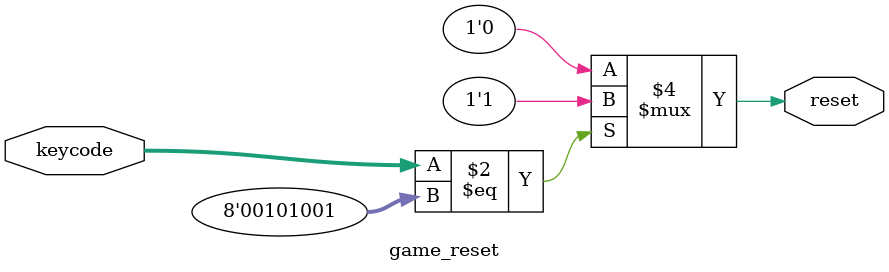
<source format=sv>
module game_reset (input [7:0] keycode, output logic reset);

always_comb
begin
	if(keycode == 8'h29)
		reset = 1'b1;
	else
		reset = 1'b0;
end

endmodule
</source>
